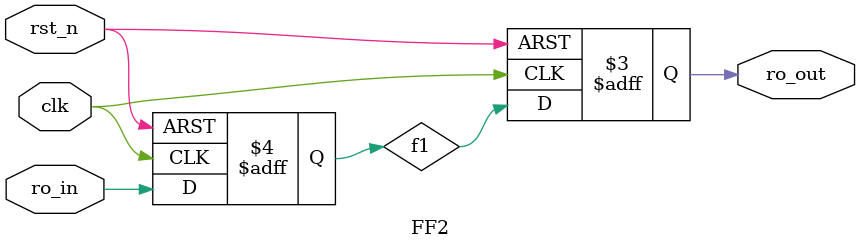
<source format=v>
`timescale 1ns/1ps

module FF2 (input ro_in, input clk, input rst_n, output reg ro_out );
    
    reg f1;
    always @( posedge clk or negedge rst_n ) begin
        if (!rst_n) begin
            f1 <= 1'b0;
            ro_out <= 1'b0;
        end
        else begin
            f1 <= ro_in;
            ro_out <= f1;
        end
    end
endmodule
</source>
